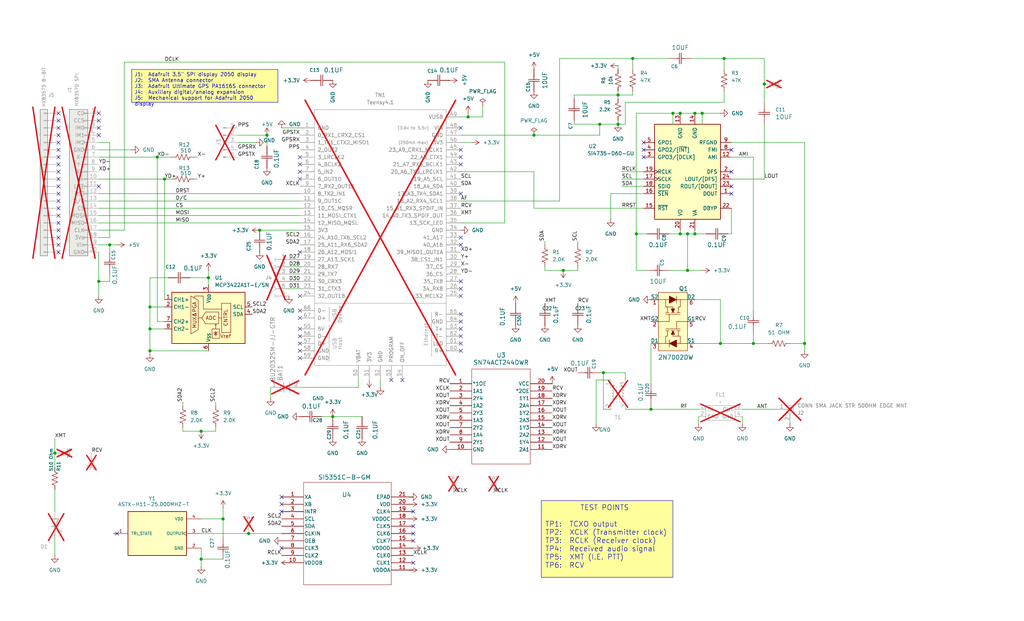
<source format=kicad_sch>
(kicad_sch (version 20250114) (generator "eeschema") (generator_version "9.0")
  (paper "USLegal")
  (title_block (title "KQ7B Derivative of the Pocket FT8 Transceiver") (date "2025-07-18") (rev "3.0") (company "https://github.com/conr2286/PocketFT8Xcvr.git"))
  (text_box "         TEST POINTS\n\nTP1:  TCXO output\nTP2:  XCLK (Transmitter clock)\nTP3:  RCLK (Receiver clock)\nTP4:  Received audio signal\nTP5:  XMT (I.E. PTT)\nTP6:  RCV " (at 187.96 173.99 0) (size 45.72 26.67) (margins 1.3335 1.3335 1.3335 1.3335) (fill (type color) (color 253 255 5 0.4)) (effects (font (size 1.778 1.778)) (justify left top)))
  (text_box "J1:  Adafruit 3.5\" SPI display 2050 display\nJ2:  SMA Antenna connector\nJ3:  Adafruit Ultimate GPS PA1616S connector\nJ4:  Auxiliary digital/analog expansion\nJ5:  Mechanical support for Adafruit 2050 display" (at 45.72 24.13 0) (size 50.8 11.43) (margins 0.9525 0.9525 0.9525 0.9525) (fill (type color) (color 253 255 8 0.4)) (effects (font (size 1.27 1.27)) (justify left top)))
  (junction (at 69.85 194.31))
  (junction (at 265.43 29.21))
  (junction (at 19.05 157.48))
  (junction (at 72.39 96.52))
  (junction (at 52.07 114.3))
  (junction (at 236.22 81.28))
  (junction (at 185.42 46.99))
  (junction (at 69.85 149.86))
  (junction (at 251.46 20.32))
  (junction (at 250.19 119.38))
  (junction (at 214.63 43.18))
  (junction (at 92.71 46.99))
  (junction (at 115.57 144.78))
  (junction (at 226.06 142.24))
  (junction (at 90.17 80.01))
  (junction (at 238.76 93.98))
  (junction (at 57.15 62.23))
  (junction (at 86.36 185.42))
  (junction (at 219.71 20.32))
  (junction (at 52.07 106.68))
  (junction (at 220.98 81.28))
  (junction (at 34.29 97.79))
  (junction (at 243.84 39.37))
  (junction (at 233.68 39.37))
  (junction (at 238.76 81.28))
  (junction (at 195.58 93.98))
  (junction (at 52.07 121.92))
  (junction (at 214.63 33.02))
  (junction (at 261.62 119.38))
  (junction (at 208.28 43.18))
  (junction (at 209.55 129.54))
  (junction (at 241.3 39.37))
  (junction (at 77.47 180.34))
  (junction (at 279.4 119.38))
  (junction (at 162.56 40.64))
  (junction (at 38.1 85.09))
  (junction (at 241.3 81.28))
  (junction (at 54.61 54.61))
  (junction (at 236.22 39.37))
  (no_connect (at 104.14 87.63))
  (no_connect (at 104.14 57.15))
  (no_connect (at 160.02 52.07))
  (no_connect (at 104.14 62.23))
  (no_connect (at 160.02 97.79))
  (no_connect (at 160.02 54.61))
  (no_connect (at 143.51 195.58))
  (no_connect (at 104.14 54.61))
  (no_connect (at 223.52 54.61))
  (no_connect (at 160.02 67.31))
  (no_connect (at 254 52.07))
  (no_connect (at 160.02 116.84))
  (no_connect (at 160.02 100.33))
  (no_connect (at 20.32 41.91))
  (no_connect (at 20.32 62.23))
  (no_connect (at 34.29 64.77))
  (no_connect (at 20.32 85.09))
  (no_connect (at 139.7 132.08))
  (no_connect (at 97.79 175.26))
  (no_connect (at 254 59.69))
  (no_connect (at 160.02 114.3))
  (no_connect (at 20.32 72.39))
  (no_connect (at 104.14 114.3))
  (no_connect (at 20.32 59.69))
  (no_connect (at 104.14 107.95))
  (no_connect (at 104.14 124.46))
  (no_connect (at 104.14 116.84))
  (no_connect (at 160.02 82.55))
  (no_connect (at 20.32 44.45))
  (no_connect (at 34.29 39.37))
  (no_connect (at 97.79 172.72))
  (no_connect (at 104.14 110.49))
  (no_connect (at 160.02 44.45))
  (no_connect (at 40.64 185.42))
  (no_connect (at 20.32 64.77))
  (no_connect (at 34.29 46.99))
  (no_connect (at 143.51 177.8))
  (no_connect (at 20.32 74.93))
  (no_connect (at 20.32 57.15))
  (no_connect (at 160.02 121.92))
  (no_connect (at 20.32 46.99))
  (no_connect (at 104.14 102.87))
  (no_connect (at 20.32 67.31))
  (no_connect (at 143.51 182.88))
  (no_connect (at 104.14 59.69))
  (no_connect (at 20.32 39.37))
  (no_connect (at 254 67.31))
  (no_connect (at 223.52 52.07))
  (no_connect (at 160.02 119.38))
  (no_connect (at 20.32 69.85))
  (no_connect (at 20.32 77.47))
  (no_connect (at 34.29 41.91))
  (no_connect (at 160.02 102.87))
  (no_connect (at 160.02 85.09))
  (no_connect (at 160.02 57.15))
  (no_connect (at 20.32 87.63))
  (no_connect (at 20.32 54.61))
  (no_connect (at 254 64.77))
  (no_connect (at 160.02 111.76))
  (no_connect (at 143.51 187.96))
  (no_connect (at 20.32 49.53))
  (no_connect (at 20.32 52.07))
  (no_connect (at 20.32 80.01))
  (no_connect (at 135.89 132.08))
  (no_connect (at 97.79 190.5))
  (no_connect (at 104.14 121.92))
  (no_connect (at 97.79 177.8))
  (no_connect (at 104.14 119.38))
  (no_connect (at 34.29 44.45))
  (no_connect (at 160.02 109.22))
  (no_connect (at 223.52 49.53))
  (no_connect (at 20.32 82.55))
  (no_connect (at 143.51 185.42))
  (wire (pts (xy 185.42 72.39) (xy 223.52 72.39)))
  (wire (pts (xy 143.51 172.72) (xy 142.24 172.72)))
  (wire (pts (xy 212.09 67.31) (xy 212.09 76.2)))
  (wire (pts (xy 34.29 67.31) (xy 104.14 67.31)))
  (wire (pts (xy 200.66 83.82) (xy 200.66 85.09)))
  (wire (pts (xy 251.46 31.75) (xy 251.46 35.56)))
  (wire (pts (xy 215.9 59.69) (xy 223.52 59.69)))
  (wire (pts (xy 250.19 39.37) (xy 243.84 39.37)))
  (wire (pts (xy 160.02 49.53) (xy 163.83 49.53)))
  (wire (pts (xy 199.39 43.18) (xy 199.39 41.91)))
  (wire (pts (xy 100.33 92.71) (xy 104.14 92.71)))
  (wire (pts (xy 19.05 170.18) (xy 19.05 177.8)))
  (wire (pts (xy 241.3 81.28) (xy 241.3 80.01)))
  (wire (pts (xy 111.76 144.78) (xy 115.57 144.78)))
  (wire (pts (xy 254 81.28) (xy 252.73 81.28)))
  (wire (pts (xy 261.62 54.61) (xy 261.62 107.95)))
  (wire (pts (xy 233.68 39.37) (xy 233.68 43.18)))
  (wire (pts (xy 214.63 33.02) (xy 214.63 34.29)))
  (wire (pts (xy 232.41 93.98) (xy 238.76 93.98)))
  (wire (pts (xy 261.62 119.38) (xy 266.7 119.38)))
  (wire (pts (xy 219.71 20.32) (xy 232.41 20.32)))
  (wire (pts (xy 34.29 54.61) (xy 54.61 54.61)))
  (wire (pts (xy 88.9 49.53) (xy 82.55 49.53)))
  (wire (pts (xy 34.29 97.79) (xy 38.1 97.79)))
  (wire (pts (xy 241.3 119.38) (xy 250.19 119.38)))
  (wire (pts (xy 175.26 21.59) (xy 43.18 21.59)))
  (wire (pts (xy 254 54.61) (xy 261.62 54.61)))
  (wire (pts (xy 195.58 93.98) (xy 200.66 93.98)))
  (wire (pts (xy 100.33 90.17) (xy 104.14 90.17)))
  (wire (pts (xy 34.29 49.53) (xy 38.1 49.53)))
  (wire (pts (xy 34.29 62.23) (xy 57.15 62.23)))
  (wire (pts (xy 100.33 95.25) (xy 104.14 95.25)))
  (wire (pts (xy 207.01 147.32) (xy 207.01 132.08)))
  (wire (pts (xy 58.42 96.52) (xy 52.07 96.52)))
  (wire (pts (xy 215.9 64.77) (xy 223.52 64.77)))
  (wire (pts (xy 104.14 134.62) (xy 124.46 134.62)))
  (wire (pts (xy 185.42 59.69) (xy 185.42 72.39)))
  (wire (pts (xy 240.03 20.32) (xy 251.46 20.32)))
  (wire (pts (xy 261.62 115.57) (xy 261.62 119.38)))
  (wire (pts (xy 100.33 97.79) (xy 104.14 97.79)))
  (wire (pts (xy 238.76 81.28) (xy 236.22 81.28)))
  (wire (pts (xy 45.72 52.07) (xy 34.29 52.07)))
  (wire (pts (xy 160.02 40.64) (xy 162.56 40.64)))
  (wire (pts (xy 40.64 185.42) (xy 39.37 185.42)))
  (wire (pts (xy 214.63 33.02) (xy 219.71 33.02)))
  (wire (pts (xy 52.07 96.52) (xy 52.07 106.68)))
  (wire (pts (xy 220.98 39.37) (xy 220.98 81.28)))
  (wire (pts (xy 243.84 39.37) (xy 243.84 43.18)))
  (wire (pts (xy 43.18 21.59) (xy 43.18 80.01)))
  (wire (pts (xy 185.42 46.99) (xy 208.28 46.99)))
  (wire (pts (xy 241.3 81.28) (xy 238.76 81.28)))
  (wire (pts (xy 217.17 43.18) (xy 214.63 43.18)))
  (wire (pts (xy 162.56 39.37) (xy 162.56 40.64)))
  (wire (pts (xy 52.07 121.92) (xy 72.39 121.92)))
  (wire (pts (xy 160.02 46.99) (xy 185.42 46.99)))
  (wire (pts (xy 214.63 43.18) (xy 208.28 43.18)))
  (wire (pts (xy 279.4 49.53) (xy 279.4 119.38)))
  (wire (pts (xy 242.57 147.32) (xy 242.57 144.78)))
  (wire (pts (xy 257.81 142.24) (xy 269.24 142.24)))
  (wire (pts (xy 200.66 92.71) (xy 200.66 93.98)))
  (wire (pts (xy 63.5 139.7) (xy 63.5 140.97)))
  (wire (pts (xy 38.1 97.79) (xy 38.1 95.25)))
  (wire (pts (xy 199.39 33.02) (xy 214.63 33.02)))
  (wire (pts (xy 233.68 39.37) (xy 236.22 39.37)))
  (wire (pts (xy 69.85 190.5) (xy 69.85 194.31)))
  (wire (pts (xy 77.47 180.34) (xy 77.47 186.69)))
  (wire (pts (xy 34.29 77.47) (xy 104.14 77.47)))
  (wire (pts (xy 251.46 20.32) (xy 265.43 20.32)))
  (wire (pts (xy 238.76 93.98) (xy 243.84 93.98)))
  (wire (pts (xy 160.02 69.85) (xy 194.31 69.85)))
  (wire (pts (xy 77.47 180.34) (xy 69.85 180.34)))
  (wire (pts (xy 92.71 46.99) (xy 92.71 50.8)))
  (wire (pts (xy 254 72.39) (xy 254 81.28)))
  (wire (pts (xy 245.11 81.28) (xy 241.3 81.28)))
  (wire (pts (xy 220.98 81.28) (xy 224.79 81.28)))
  (wire (pts (xy 241.3 104.14) (xy 250.19 104.14)))
  (wire (pts (xy 226.06 142.24) (xy 242.57 142.24)))
  (wire (pts (xy 209.55 142.24) (xy 212.09 142.24)))
  (wire (pts (xy 19.05 157.48) (xy 19.05 162.56)))
  (wire (pts (xy 69.85 185.42) (xy 86.36 185.42)))
  (wire (pts (xy 57.15 62.23) (xy 59.69 62.23)))
  (wire (pts (xy 274.32 119.38) (xy 279.4 119.38)))
  (wire (pts (xy 254 49.53) (xy 279.4 49.53)))
  (wire (pts (xy 217.17 142.24) (xy 226.06 142.24)))
  (wire (pts (xy 57.15 106.68) (xy 52.07 106.68)))
  (wire (pts (xy 257.81 147.32) (xy 257.81 144.78)))
  (wire (pts (xy 72.39 96.52) (xy 72.39 93.98)))
  (wire (pts (xy 214.63 31.75) (xy 214.63 33.02)))
  (wire (pts (xy 34.29 85.09) (xy 38.1 85.09)))
  (wire (pts (xy 54.61 54.61) (xy 59.69 54.61)))
  (wire (pts (xy 214.63 41.91) (xy 214.63 43.18)))
  (wire (pts (xy 34.29 102.87) (xy 34.29 97.79)))
  (wire (pts (xy 243.84 39.37) (xy 241.3 39.37)))
  (wire (pts (xy 54.61 111.76) (xy 54.61 54.61)))
  (wire (pts (xy 209.55 129.54) (xy 209.55 142.24)))
  (wire (pts (xy 142.24 198.12) (xy 143.51 198.12)))
  (wire (pts (xy 217.17 35.56) (xy 217.17 43.18)))
  (wire (pts (xy 215.9 62.23) (xy 223.52 62.23)))
  (wire (pts (xy 224.79 93.98) (xy 220.98 93.98)))
  (wire (pts (xy 74.93 139.7) (xy 74.93 140.97)))
  (wire (pts (xy 223.52 67.31) (xy 212.09 67.31)))
  (wire (pts (xy 220.98 81.28) (xy 220.98 93.98)))
  (wire (pts (xy 160.02 77.47) (xy 175.26 77.47)))
  (wire (pts (xy 207.01 132.08) (xy 212.09 132.08)))
  (wire (pts (xy 97.79 195.58) (xy 100.33 195.58)))
  (wire (pts (xy 69.85 149.86) (xy 74.93 149.86)))
  (wire (pts (xy 199.39 33.02) (xy 199.39 34.29)))
  (wire (pts (xy 40.64 85.09) (xy 38.1 85.09)))
  (wire (pts (xy 38.1 49.53) (xy 38.1 82.55)))
  (wire (pts (xy 34.29 69.85) (xy 104.14 69.85)))
  (wire (pts (xy 214.63 22.86) (xy 214.63 24.13)))
  (wire (pts (xy 52.07 114.3) (xy 57.15 114.3)))
  (wire (pts (xy 162.56 40.64) (xy 167.64 40.64)))
  (wire (pts (xy 52.07 106.68) (xy 52.07 114.3)))
  (wire (pts (xy 74.93 148.59) (xy 74.93 149.86)))
  (wire (pts (xy 232.41 81.28) (xy 236.22 81.28)))
  (wire (pts (xy 68.58 54.61) (xy 67.31 54.61)))
  (wire (pts (xy 69.85 194.31) (xy 69.85 196.85)))
  (wire (pts (xy 219.71 24.13) (xy 219.71 20.32)))
  (wire (pts (xy 52.07 114.3) (xy 52.07 121.92)))
  (wire (pts (xy 209.55 129.54) (xy 217.17 129.54)))
  (wire (pts (xy 250.19 104.14) (xy 250.19 119.38)))
  (wire (pts (xy 72.39 99.06) (xy 72.39 96.52)))
  (wire (pts (xy 226.06 119.38) (xy 226.06 133.35)))
  (wire (pts (xy 52.07 123.19) (xy 52.07 121.92)))
  (wire (pts (xy 57.15 62.23) (xy 57.15 104.14)))
  (wire (pts (xy 265.43 20.32) (xy 265.43 29.21)))
  (wire (pts (xy 77.47 176.53) (xy 77.47 180.34)))
  (wire (pts (xy 241.3 39.37) (xy 236.22 39.37)))
  (wire (pts (xy 220.98 39.37) (xy 233.68 39.37)))
  (wire (pts (xy 236.22 81.28) (xy 236.22 80.01)))
  (wire (pts (xy 250.19 119.38) (xy 261.62 119.38)))
  (wire (pts (xy 63.5 149.86) (xy 63.5 148.59)))
  (wire (pts (xy 143.51 180.34) (xy 142.24 180.34)))
  (wire (pts (xy 69.85 194.31) (xy 77.47 194.31)))
  (wire (pts (xy 208.28 43.18) (xy 199.39 43.18)))
  (wire (pts (xy 194.31 69.85) (xy 194.31 20.32)))
  (wire (pts (xy 82.55 46.99) (xy 92.71 46.99)))
  (wire (pts (xy 38.1 85.09) (xy 38.1 87.63)))
  (wire (pts (xy 175.26 21.59) (xy 175.26 77.47)))
  (wire (pts (xy 265.43 29.21) (xy 265.43 35.56)))
  (wire (pts (xy 93.98 138.43) (xy 93.98 134.62)))
  (wire (pts (xy 167.64 40.64) (xy 167.64 36.83)))
  (wire (pts (xy 251.46 35.56) (xy 217.17 35.56)))
  (wire (pts (xy 189.23 93.98) (xy 195.58 93.98)))
  (wire (pts (xy 132.08 134.62) (xy 132.08 132.08)))
  (wire (pts (xy 189.23 93.98) (xy 189.23 92.71)))
  (wire (pts (xy 160.02 59.69) (xy 185.42 59.69)))
  (wire (pts (xy 97.79 44.45) (xy 104.14 44.45)))
  (wire (pts (xy 189.23 83.82) (xy 189.23 85.09)))
  (wire (pts (xy 86.36 185.42) (xy 97.79 185.42)))
  (wire (pts (xy 124.46 134.62) (xy 124.46 132.08)))
  (wire (pts (xy 34.29 74.93) (xy 104.14 74.93)))
  (wire (pts (xy 254 62.23) (xy 265.43 62.23)))
  (wire (pts (xy 208.28 129.54) (xy 209.55 129.54)))
  (wire (pts (xy 125.73 144.78) (xy 115.57 144.78)))
  (wire (pts (xy 68.58 62.23) (xy 67.31 62.23)))
  (wire (pts (xy 57.15 111.76) (xy 54.61 111.76)))
  (wire (pts (xy 34.29 72.39) (xy 104.14 72.39)))
  (wire (pts (xy 90.17 80.01) (xy 104.14 80.01)))
  (wire (pts (xy 100.33 100.33) (xy 104.14 100.33)))
  (wire (pts (xy 143.51 175.26) (xy 142.24 175.26)))
  (wire (pts (xy 34.29 80.01) (xy 43.18 80.01)))
  (wire (pts (xy 279.4 121.92) (xy 279.4 119.38)))
  (wire (pts (xy 217.17 132.08) (xy 217.17 129.54)))
  (wire (pts (xy 19.05 152.4) (xy 19.05 157.48)))
  (wire (pts (xy 194.31 20.32) (xy 219.71 20.32)))
  (wire (pts (xy 226.06 140.97) (xy 226.06 142.24)))
  (wire (pts (xy 208.28 43.18) (xy 208.28 46.99)))
  (wire (pts (xy 219.71 31.75) (xy 219.71 33.02)))
  (wire (pts (xy 265.43 43.18) (xy 265.43 62.23)))
  (wire (pts (xy 66.04 96.52) (xy 72.39 96.52)))
  (wire (pts (xy 251.46 20.32) (xy 251.46 24.13)))
  (wire (pts (xy 34.29 82.55) (xy 38.1 82.55)))
  (wire (pts (xy 238.76 81.28) (xy 238.76 93.98)))
  (wire (pts (xy 34.29 97.79) (xy 34.29 87.63)))
  (wire (pts (xy 63.5 149.86) (xy 69.85 149.86)))
  (wire (pts (xy 19.05 193.04) (xy 19.05 185.42)))
  (label "YD-" (at 34.29 57.15 0))
  (label "XOUT" (at 191.77 148.59 0))
  (label "RRST" (at 215.9 72.39 0))
  (label "D28" (at 100.33 92.71 0))
  (label "PPS" (at 82.55 44.45 0))
  (label "Y+" (at 160.02 90.17 0))
  (label "RCV" (at 200.66 105.41 0))
  (label "AF" (at 160.02 69.85 0))
  (label "SDA2" (at 87.63 109.22 0))
  (label "YD+" (at 57.15 62.23 0))
  (label "XD+" (at 34.29 59.69 0))
  (label "XOUT" (at 156.21 148.59 180))
  (label "SCL" (at 200.66 83.82 90))
  (label "SDA" (at 189.23 83.82 90))
  (label "XMT" (at 226.06 111.76 180))
  (label "XMT" (at 160.02 74.93 0))
  (label "D29" (at 100.33 95.25 0))
  (label "SDA" (at 160.02 64.77 0))
  (label "RCLK" (at 97.79 193.04 180))
  (label "SCL2" (at 74.93 139.7 90))
  (label "RCLK" (at 171.45 171.45 0))
  (label "SDA2" (at 63.5 139.7 90))
  (label "GPSRX" (at 82.55 52.07 0))
  (label "XCLK" (at 156.21 135.89 180))
  (label "XCLK" (at 143.51 193.04 0))
  (label "XMT" (at 189.23 105.41 0))
  (label "XOUT" (at 156.21 153.67 180))
  (label "LOUT" (at 265.43 62.23 0))
  (label "XDRV" (at 191.77 138.43 0))
  (label "PPS" (at 104.14 52.07 180))
  (label "DRST" (at 60.96 67.31 0))
  (label "RCLK" (at 215.9 59.69 0))
  (label "GPSTX" (at 104.14 46.99 180))
  (label "DCLK" (at 57.15 21.59 0))
  (label "SCL" (at 215.9 62.23 0))
  (label "YD-" (at 160.02 95.25 0))
  (label "XOUT" (at 156.21 143.51 180))
  (label "XD+" (at 160.02 87.63 0))
  (label "D{slash}C" (at 60.96 69.85 0))
  (label "SDA2" (at 104.14 85.09 180))
  (label "GPSTX" (at 82.55 54.61 0))
  (label "XDRV" (at 191.77 156.21 0))
  (label "RCV" (at 160.02 72.39 0))
  (label "XDRV" (at 156.21 146.05 180))
  (label "X-" (at 68.58 54.61 0))
  (label "XD-" (at 54.61 54.61 0))
  (label "XOUT" (at 191.77 143.51 0))
  (label "XDRV" (at 191.77 140.97 0))
  (label "RCV" (at 241.3 111.76 0))
  (label "XDRV" (at 156.21 140.97 180))
  (label "XDRV" (at 191.77 146.05 0))
  (label "MOSI" (at 60.96 74.93 0))
  (label "XDRV" (at 191.77 151.13 0))
  (label "CLK" (at 69.85 185.42 0))
  (label "XOUT" (at 200.66 129.54 180))
  (label "Y+" (at 68.58 62.23 0))
  (label "XOUT" (at 191.77 153.67 0))
  (label "AMI" (at 256.54 54.61 0))
  (label "RCV" (at 31.75 157.48 0))
  (label "D30" (at 100.33 97.79 0))
  (label "XCLK" (at 104.14 64.77 180))
  (label "SDA" (at 215.9 64.77 0))
  (label "D27" (at 100.33 90.17 0))
  (label "MISO" (at 60.96 77.47 0))
  (label "D31" (at 100.33 100.33 0))
  (label "SCL2" (at 87.63 106.68 0))
  (label "RCV" (at 156.21 133.35 180))
  (label "ANT" (at 262.89 142.24 0))
  (label "SCL2" (at 97.79 180.34 180))
  (label "CS" (at 60.96 72.39 0))
  (label "RCV" (at 191.77 135.89 0))
  (label "SCL" (at 160.02 62.23 0))
  (label "XDRV" (at 156.21 151.13 180))
  (label "XOUT" (at 156.21 138.43 180))
  (label "XCLK" (at 157.48 171.45 0))
  (label "SDA2" (at 97.79 182.88 180))
  (label "XMT" (at 19.05 152.4 0))
  (label "SCL2" (at 104.14 82.55 180))
  (label "GPSRX" (at 104.14 49.53 180))
  (label "RF" (at 236.22 142.24 0))
  (label "X-" (at 160.02 92.71 0))
  (symbol (lib_id "Kemet2024-08-02_22-05-35:C0603C104K4RACTU") (at 90.17 80.01 90) (mirror x) (unit 1)
    (property "Reference" "C25" (at 86.36 83.82 0) (effects (font (size 1.143 1.143)) (justify left)))
    (property "Value" "0.1UF" (at 93.472 83.82 0) (effects (font (size 1.524 1.524))))
    (property "Footprint" "Capacitor_SMD:C_0603_1608Metric" (effects (hide yes)))
    (property "Datasheet" "C0603C104K4RACTU" (effects (hide yes)))
    (property "Description" "CAP CER 0.1UF 16V X7R 0603" (effects (hide yes)))
    (property "Field5" "CAP-08604" (effects (hide yes)))
    (property "PROD_ID" "CAP-00810" (effects (hide yes)))
    (property "Voltage" "16V" (effects (hide yes)))
    (property "Tolerance" "10%" (effects (hide yes)))
    (property "Manufacturer" "Kemet" (effects (hide yes)))
    (property "Mfg Part #" "C0603C104K4RAC7867" (effects (hide yes)))
    (property "Notes" "Substitutions OK" (effects (hide yes)))
    (property "Type" "SMD" (effects (hide yes)))
  )
  (symbol (lib_id "power:+3.3V") (at 243.84 93.98 270) (unit 1)
    (property "Reference" "#PWR07" (effects (hide yes)))
    (property "Value" "+3.3V" (at 247.65 93.98 90) (effects (justify left)))
    (property "Description" "Power symbol creates a global label with name \"+3.3V\"" (effects (hide yes)))
  )
  (symbol (lib_id "power:+3.3V") (at 142.24 175.26 270) (unit 1)
    (property "Reference" "#PWR041" (effects (hide yes)))
    (property "Value" "+3.3V" (at 146.05 175.2599 90) (effects (justify left)))
    (property "Description" "Power symbol creates a global label with name \"+3.3V\"" (effects (hide yes)))
  )
  (symbol (lib_id "Kemet2024-08-02_22-05-35:C0603C104K4RACTU") (at 77.47 194.31 90) (unit 1)
    (property "Reference" "C27" (at 73.66 190.5 0) (effects (font (size 1.143 1.143)) (justify left)))
    (property "Value" "0.1UF" (at 78.994 194.31 0) (effects (font (size 1.524 1.524))))
    (property "Footprint" "Capacitor_SMD:C_0603_1608Metric" (effects (hide yes)))
    (property "Datasheet" "C0603C104K4RACTU" (effects (hide yes)))
    (property "Description" "CAP CER 0.1UF 16V X7R 0603" (effects (hide yes)))
    (property "Field5" "CAP-08604" (effects (hide yes)))
    (property "PROD_ID" "CAP-00810" (effects (hide yes)))
    (property "Voltage" "16V" (effects (hide yes)))
    (property "Tolerance" "10%" (effects (hide yes)))
    (property "Manufacturer" "Kemet" (effects (hide yes)))
    (property "Mfg Part #" "C0603C104K4RAC7867" (effects (hide yes)))
    (property "Notes" "Substitutions OK" (effects (hide yes)))
    (property "Type" "SMD" (effects (hide yes)))
  )
  (symbol (lib_id "power:GND") (at 69.85 196.85 0) (unit 1)
    (property "Reference" "#PWR037" (effects (hide yes)))
    (property "Value" "GND" (at 69.85 201.93 0))
    (property "Description" "Power symbol creates a global label with name \"GND\" , ground" (effects (hide yes)))
  )
  (symbol (lib_id "power:GND") (at 90.17 87.63 0) (unit 1)
    (property "Reference" "#PWR027" (effects (hide yes)))
    (property "Value" "GND" (at 90.17 92.71 0))
    (property "Description" "Power symbol creates a global label with name \"GND\" , ground" (effects (hide yes)))
  )
  (symbol (lib_id "power:GND") (at 160.02 80.01 90) (unit 1)
    (property "Reference" "#PWR09" (effects (hide yes)))
    (property "Value" "GND" (at 163.83 80.01 90) (effects (justify right)))
    (property "Description" "Power symbol creates a global label with name \"GND\" , ground" (effects (hide yes)))
  )
  (symbol (lib_id "SparkFun-Connector:TestPoint_PTH") (at 19.05 157.48 270) (unit 1) (dnp yes)
    (property "Reference" "TP5" (at 24.13 157.48 0))
    (property "Value" "PTH" (effects (hide yes)))
    (property "Footprint" "SparkFun-Connector:1x01" (effects (hide yes)))
    (property "Description" "Test Point" (effects (hide yes)))
  )
  (symbol (lib_id "Connector:Conn_01x06_Socket") (at 95.25 95.25 0) (mirror y) (unit 1) (in_bom no) (dnp yes)
    (property "Reference" "J4" (at 94.488 96.52 0) (effects (justify left)))
    (property "Value" "Conn_01x06_Socket" (effects (hide yes)))
    (property "Footprint" "SparkFun-Connector:1x06" (effects (hide yes)))
    (property "Description" "Generic connector, single row, 01x06, script generated" (effects (hide yes)))
  )
  (symbol (lib_id "SparkFun-Resistor:2.0k_0603") (at 214.63 38.1 90) (mirror x) (unit 1)
    (property "Reference" "R5" (at 212.09 35.56 90) (effects (font (size 1.143 1.143)) (justify left)))
    (property "Value" "2.2K" (at 212.09 38.1 90) (effects (font (size 1.143 1.143)) (justify left)))
    (property "Footprint" "Resistor_SMD:R_0603_1608Metric" (effects (hide yes)))
    (property "Description" "RES 2.2K 5% 1/10W 0603" (effects (hide yes)))
    (property "Manufacturer" "Yageo" (effects (hide yes)))
    (property "Notes" "Substitutions OK" (effects (hide yes)))
    (property "Type" "SMD" (effects (hide yes)))
    (property "Mfg Part #" "RES 2.2K OHM 5% 1/10W 0603" (effects (hide yes)))
  )
  (symbol (lib_id "SparkFun-Connector:TestPoint_PTH") (at 157.48 171.45 0) (unit 1) (dnp yes)
    (property "Reference" "TP2" (at 157.48 166.37 0))
    (property "Value" "PTH" (effects (hide yes)))
    (property "Footprint" "SparkFun-Connector:1x01" (effects (hide yes)))
    (property "Description" "Test Point" (effects (hide yes)))
  )
  (symbol (lib_id "SparkFun-Connector:TestPoint_PTH") (at 86.36 185.42 0) (unit 1) (dnp yes)
    (property "Reference" "TP1" (at 86.36 180.34 0))
    (property "Value" "PTH" (effects (hide yes)))
    (property "Footprint" "SparkFun-Connector:1x01" (effects (hide yes)))
    (property "Description" "Test Point" (effects (hide yes)))
  )
  (symbol (lib_id "2024-08-05_00-31-14:BU2032SM-JJ-GTR") (at 104.14 134.62 180) (unit 1) (in_bom no) (dnp yes)
    (property "Reference" "BAT1" (at 97.282 126.746 90) (effects (font (size 1.524 1.524)) (justify left)))
    (property "Value" "BU2032SM-JJ-GTR" (at 94.742 109.982 90) (effects (font (size 1.524 1.524)) (justify left)))
    (property "Footprint" "BU2032SM-JJ-GTR_MPD" (effects (hide yes)))
    (property "Datasheet" "BU2032SM-JJ-GTR" (effects (hide yes)))
    (property "Description" "BATT HOLDER COIN 20MM 1 CELL SMD" (effects (hide yes)))
    (property "Mfg Part #" "BU2032SM-JJ-GTR" (effects (hide yes)))
    (property "Category" "Battery Products" (effects (hide yes)))
    (property "Family" "Battery Holders, Clips, Contacts" (effects (hide yes)))
    (property "Manufacturer" "MPD (Memory Protection Devices)" (effects (hide yes)))
    (property "Status" "Active" (effects (hide yes)))
    (property "Description_1" "BATTERY HOLDER COIN 20MM PC PIN" (effects (hide yes)))
    (property "Type" "SMD" (effects (hide yes)))
    (property "Notes" "Must mount topside" (effects (hide yes)))
  )
  (symbol (lib_id "dk_Transistors-FETs-MOSFETs-Arrays:2N7002DW") (at 233.68 109.22 0) (unit 1)
    (property "Reference" "Q1" (at 235.712 100.33 0) (effects (font (size 1.524 1.524)) (justify left)))
    (property "Value" "2N7002DW" (at 234.696 124.206 0) (effects (font (size 1.524 1.524))))
    (property "Footprint" "digikey-footprints:SOT-363" (effects (hide yes)))
    (property "Datasheet" "https://www.onsemi.com/pub/Collateral/2N7002DW-D.PDF" (effects (hide yes)))
    (property "Description" "DUAL MOSFET N-CH 60V 0.115A SC70-6" (effects (hide yes)))
    (property "Digi-Key_PN" "2N7002DWCT-ND" (effects (hide yes)))
    (property "Mfg Part #" "2N7002DW" (effects (hide yes)))
    (property "Category" "Discrete Semiconductor Products" (effects (hide yes)))
    (property "Family" "Transistors - FETs, MOSFETs - Arrays" (effects (hide yes)))
    (property "DK_Datasheet_Link" "https://www.onsemi.com/pub/Collateral/2N7002DW-D.PDF" (effects (hide yes)))
    (property "DK_Detail_Page" "/product-detail/en/on-semiconductor/2N7002DW/2N7002DWCT-ND/1785790" (effects (hide yes)))
    (property "Description_1" "MOSFET 2N-CH 60V 0.115A SC70-6" (effects (hide yes)))
    (property "Manufacturer" "ON Semiconductor" (effects (hide yes)))
    (property "Status" "Active" (effects (hide yes)))
    (property "Type" "SMD" (effects (hide yes)))
    (property "Notes" "Do not substitute" (effects (hide yes)))
  )
  (symbol (lib_id "Kemet2024-08-02_22-05-35:C0603C104K4RACTU") (at 200.66 129.54 0) (unit 1)
    (property "Reference" "C19" (at 206.248 128.27 90) (effects (font (size 1.143 1.143)) (justify left)))
    (property "Value" "0.1UF" (at 201.422 126.238 0) (effects (font (size 1.524 1.524))))
    (property "Footprint" "Capacitor_SMD:C_0603_1608Metric" (effects (hide yes)))
    (property "Datasheet" "C0603C104K4RACTU" (effects (hide yes)))
    (property "Description" "CAP CER 0.1UF 16V X7R 0603" (effects (hide yes)))
    (property "Field5" "CAP-07885" (effects (hide yes)))
    (property "PROD_ID" "CAP-00810" (effects (hide yes)))
    (property "Voltage" "16V" (effects (hide yes)))
    (property "Tolerance" "10%" (effects (hide yes)))
    (property "Manufacturer" "Kemet" (effects (hide yes)))
    (property "Mfg Part #" "C0603C104K4RAC7867" (effects (hide yes)))
    (property "Notes" "Substitutions OK" (effects (hide yes)))
    (property "Type" "SMD" (effects (hide yes)))
  )
  (symbol (lib_id "power:GND") (at 156.21 156.21 270) (unit 1)
    (property "Reference" "#PWR028" (effects (hide yes)))
    (property "Value" "GND" (at 152.4 156.2099 90) (effects (justify right)))
    (property "Description" "Power symbol creates a global label with name \"GND\" , ground" (effects (hide yes)))
  )
  (symbol (lib_id "2024-10-06_22-30-30:SN74ACT244DWR") (at 156.21 133.35 0) (unit 1)
    (property "Reference" "U3" (at 173.99 123.444 0) (effects (font (size 1.524 1.524))))
    (property "Value" "SN74ACT244DWR" (at 173.99 125.984 0) (effects (font (size 1.524 1.524))))
    (property "Footprint" "sn74act244dwr:DW20" (effects (hide yes)))
    (property "Datasheet" "SN74ACT244DWR" (effects (hide yes)))
    (property "Description" "IC BUFF NON-INVERT 5.5V 20SOIC" (effects (hide yes)))
    (property "Notes" "Do not substitute" (effects (hide yes)))
    (property "Manufacturer" "TI" (effects (hide yes)))
    (property "Mfg Part #" "SN74ACT244DWR" (effects (hide yes)))
    (property "Type" "SMD" (effects (hide yes)))
  )
  (symbol (lib_id "power:GND") (at 185.42 31.75 0) (unit 1)
    (property "Reference" "#PWR034" (effects (hide yes)))
    (property "Value" "GND" (at 185.42 36.83 0))
    (property "Description" "Power symbol creates a global label with name \"GND\" , ground" (effects (hide yes)))
  )
  (symbol (lib_id "SparkFun-Connector:TestPoint_PTH") (at 31.75 157.48 180) (unit 1) (dnp yes)
    (property "Reference" "TP6" (at 31.75 162.56 0))
    (property "Value" "PTH" (effects (hide yes)))
    (property "Footprint" "SparkFun-Connector:1x01" (effects (hide yes)))
    (property "Description" "Test Point" (effects (hide yes)))
  )
  (symbol (lib_id "Kemet2024-08-02_22-05-35:C0603C104K4RACTU") (at 38.1 95.25 90) (unit 1)
    (property "Reference" "C15" (at 39.37 90.424 0) (effects (font (size 1.143 1.143)) (justify left)))
    (property "Value" "0.1UF" (at 39.878 95.504 0) (effects (font (size 1.524 1.524))))
    (property "Footprint" "Capacitor_SMD:C_0603_1608Metric" (effects (hide yes)))
    (property "Datasheet" "C0603C104K4RACTU" (effects (hide yes)))
    (property "Description" "CAP CER 0.1UF 16V X7R 0603" (effects (hide yes)))
    (property "Field5" "CAP-07886" (effects (hide yes)))
    (property "PROD_ID" "CAP-00810" (effects (hide yes)))
    (property "Voltage" "16V" (effects (hide yes)))
    (property "Tolerance" "10%" (effects (hide yes)))
    (property "Manufacturer" "Kemet" (effects (hide yes)))
    (property "Mfg Part #" "C0603C104K4RAC7867" (effects (hide yes)))
    (property "Notes" "Substitutions OK" (effects (hide yes)))
    (property "Type" "SMD" (effects (hide yes)))
  )
  (symbol (lib_id "power:+5V") (at 185.42 24.13 0) (unit 1)
    (property "Reference" "#PWR035" (effects (hide yes)))
    (property "Value" "+5V" (at 185.42 19.05 0))
    (property "Description" "Power symbol creates a global label with name \"+5V\"" (effects (hide yes)))
  )
  (symbol (lib_id "Kemet2024-08-02_22-05-35:C0603C104K4RACTU") (at 111.76 144.78 180) (unit 1)
    (property "Reference" "C28" (at 112.014 146.05 0) (effects (font (size 1.143 1.143)) (justify left)))
    (property "Value" "0.1UF" (at 108.204 141.224 0) (effects (font (size 1.524 1.524))))
    (property "Footprint" "Capacitor_SMD:C_0603_1608Metric" (effects (hide yes)))
    (property "Datasheet" "C0603C104K4RACTU" (effects (hide yes)))
    (property "Description" "CAP CER 0.1UF 16V X7R 0603" (effects (hide yes)))
    (property "Field5" "CAP-08604" (effects (hide yes)))
    (property "PROD_ID" "CAP-00810" (effects (hide yes)))
    (property "Voltage" "16V" (effects (hide yes)))
    (property "Tolerance" "10%" (effects (hide yes)))
    (property "Manufacturer" "Kemet" (effects (hide yes)))
    (property "Mfg Part #" "C0603C104K4RAC7867" (effects (hide yes)))
    (property "Notes" "Substitutions OK" (effects (hide yes)))
    (property "Type" "SMD" (effects (hide yes)))
  )
  (symbol (lib_id "power:GND") (at 34.29 102.87 0) (unit 1)
    (property "Reference" "#PWR01" (effects (hide yes)))
    (property "Value" "GND" (at 34.29 107.95 0))
    (property "Description" "Power symbol creates a global label with name \"GND\" , ground" (effects (hide yes)))
  )
  (symbol (lib_id "power:+3.3V") (at 72.39 93.98 0) (unit 1)
    (property "Reference" "#PWR011" (effects (hide yes)))
    (property "Value" "+3.3V" (at 72.39 88.9 0))
    (property "Description" "Power symbol creates a global label with name \"+3.3V\"" (effects (hide yes)))
  )
  (symbol (lib_id "power:+3.3V") (at 69.85 149.86 180) (unit 1)
    (property "Reference" "#PWR042" (effects (hide yes)))
    (property "Value" "+3.3V" (at 69.85 154.94 0))
    (property "Description" "Power symbol creates a global label with name \"+3.3V\"" (effects (hide yes)))
  )
  (symbol (lib_id "power:GND") (at 125.73 152.4 0) (unit 1)
    (property "Reference" "#PWR051" (effects (hide yes)))
    (property "Value" "GND" (at 125.73 157.48 0))
    (property "Description" "Power symbol creates a global label with name \"GND\" , ground" (effects (hide yes)))
  )
  (symbol (lib_id "power:+3.3V") (at 128.27 132.08 180) (unit 1)
    (property "Reference" "#PWR043" (effects (hide yes)))
    (property "Value" "+3.3V" (at 128.27 137.16 0))
    (property "Description" "Power symbol creates a global label with name \"+3.3V\"" (effects (hide yes)))
  )
  (symbol (lib_id "power:+3.3V") (at 195.58 93.98 180) (unit 1)
    (property "Reference" "#PWR06" (effects (hide yes)))
    (property "Value" "+3.3V" (at 195.58 99.06 0))
    (property "Description" "Power symbol creates a global label with name \"+3.3V\"" (effects (hide yes)))
  )
  (symbol (lib_id "power:+3.3V") (at 143.51 190.5 270) (unit 1)
    (property "Reference" "#PWR046" (effects (hide yes)))
    (property "Value" "+3.3V" (at 146.558 190.5 90) (effects (justify left)))
    (property "Description" "Power symbol creates a global label with name \"+3.3V\"" (effects (hide yes)))
  )
  (symbol (lib_id "power:+5V") (at 156.21 27.94 270) (unit 1)
    (property "Reference" "#PWR024" (effects (hide yes)))
    (property "Value" "+5V" (at 161.29 27.94 0))
    (property "Description" "Power symbol creates a global label with name \"+5V\"" (effects (hide yes)))
  )
  (symbol (lib_id "power:GND") (at 226.06 104.14 270) (unit 1)
    (property "Reference" "#PWR049" (effects (hide yes)))
    (property "Value" "GND" (at 222.25 104.1399 90) (effects (justify right)))
    (property "Description" "Power symbol creates a global label with name \"GND\" , ground" (effects (hide yes)))
  )
  (symbol (lib_id "Device:L_Ferrite_Coupled") (at 214.63 137.16 90) (mirror x) (unit 1) (dnp yes)
    (property "Reference" "T1" (at 213.36 145.034 90) (effects (justify right)))
    (property "Value" "L_Ferrite_Coupled" (effects (hide yes)))
    (property "Footprint" "Inductor_THT:L_Toroid_Vertical_BIFILAR" (effects (hide yes)))
    (property "Description" "Coupled inductor with ferrite core" (effects (hide yes)))
  )
  (symbol (lib_id "power:GND") (at 257.81 147.32 0) (unit 1)
    (property "Reference" "#PWR020" (effects (hide yes)))
    (property "Value" "GND" (at 257.81 152.4 0))
    (property "Description" "Power symbol creates a global label with name \"GND\" , ground" (effects (hide yes)))
  )
  (symbol (lib_id "power:GND") (at 189.23 113.03 0) (unit 1)
    (property "Reference" "#PWR052" (effects (hide yes)))
    (property "Value" "GND" (at 189.23 118.11 0))
    (property "Description" "Power symbol creates a global label with name \"GND\" , ground" (effects (hide yes)))
  )
  (symbol (lib_id "power:GND") (at 148.59 27.94 0) (unit 1)
    (property "Reference" "#PWR013" (effects (hide yes)))
    (property "Value" "GND" (at 148.59 31.75 90) (effects (justify right)))
    (property "Description" "Power symbol creates a global label with name \"GND\" , ground" (effects (hide yes)))
  )
  (symbol (lib_id "Kemet2024-08-02_22-05-35:C0603C104K4RACTU") (at 189.23 113.03 90) (unit 1)
    (property "Reference" "C22" (at 191.77 107.188 90) (effects (font (size 1.143 1.143)) (justify left)))
    (property "Value" "0.1uF" (at 193.04 109.22 0) (effects (font (size 1.524 1.524))))
    (property "Footprint" "Capacitor_SMD:C_0603_1608Metric" (effects (hide yes)))
    (property "Description" "CAP CER 0.1UF 16V X7R 0603" (effects (hide yes)))
    (property "Voltage" "16V" (effects (hide yes)))
    (property "Tolerance" "10%" (effects (hide yes)))
    (property "Manufacturer" "Kemet" (effects (hide yes)))
    (property "Mfg Part #" "C0603C104K4RACTU" (effects (hide yes)))
    (property "Notes" "Substitutions OK" (effects (hide yes)))
    (property "Type" "SMD" (effects (hide yes)))
  )
  (symbol (lib_id "power:GND") (at 100.33 102.87 0) (unit 1)
    (property "Reference" "#PWR053" (effects (hide yes)))
    (property "Value" "GND" (at 100.33 107.95 0))
    (property "Description" "Power symbol creates a global label with name \"GND\" , ground" (effects (hide yes)))
  )
  (symbol (lib_id "Filters:PluginFilter") (at 250.19 142.24 0) (unit 1) (dnp yes)
    (property "Reference" "FL1" (at 250.19 137.16 0))
    (property "Value" "~" (at 250.19 139.7 0))
    (property "Footprint" "Filters:PluginFilter" (effects (hide yes)))
    (property "Description" "Two Port Plugin Filter" (effects (hide yes)))
  )
  (symbol (lib_id "power:GND") (at 115.57 27.94 0) (unit 1)
    (property "Reference" "#PWR012" (effects (hide yes)))
    (property "Value" "GND" (at 115.57 31.75 90) (effects (justify right)))
    (property "Description" "Power symbol creates a global label with name \"GND\" , ground" (effects (hide yes)))
  )
  (symbol (lib_id "power:+3.3V") (at 90.17 80.01 90) (unit 1)
    (property "Reference" "#PWR05" (effects (hide yes)))
    (property "Value" "+3.3V" (at 86.36 80.01 90) (effects (justify left)))
    (property "Description" "Power symbol creates a global label with name \"+3.3V\"" (effects (hide yes)))
  )
  (symbol (lib_id "power:+3.3V") (at 163.83 49.53 270) (unit 1)
    (property "Reference" "#PWR04" (effects (hide yes)))
    (property "Value" "+3.3V" (at 167.64 49.5299 90) (effects (justify left)))
    (property "Description" "Power symbol creates a global label with name \"+3.3V\"" (effects (hide yes)))
  )
  (symbol (lib_id "Kemet2024-08-02_22-05-35:C0603C104K4RACTU") (at 107.95 27.94 0) (mirror x) (unit 1)
    (property "Reference" "C13" (at 107.442 24.384 0) (effects (font (size 1.143 1.143)) (justify left)))
    (property "Value" "0.1UF" (at 115.824 24.384 0) (effects (font (size 1.524 1.524))))
    (property "Footprint" "Capacitor_SMD:C_0603_1608Metric" (effects (hide yes)))
    (property "Datasheet" "C0603C104K4RACTU" (effects (hide yes)))
    (property "Description" "CAP CER 0.1UF 16V X7R 0603" (effects (hide yes)))
    (property "Field5" "CAP-07886" (effects (hide yes)))
    (property "PROD_ID" "CAP-00810" (effects (hide yes)))
    (property "Voltage" "16V" (effects (hide yes)))
    (property "Tolerance" "10%" (effects (hide yes)))
    (property "Manufacturer" "Kemet" (effects (hide yes)))
    (property "Mfg Part #" "C0603C104K4RAC7867" (effects (hide yes)))
    (property "Notes" "Substitutions OK" (effects (hide yes)))
    (property "Type" "SMD" (effects (hide yes)))
  )
  (symbol (lib_id "Kemet2024-08-02_22-05-35:C0603C104K4RACTU") (at 245.11 81.28 0) (unit 1)
    (property "Reference" "C9" (at 251.46 84.074 90) (effects (font (size 1.143 1.143)) (justify left)))
    (property "Value" "0.1UF" (at 248.92 85.09 0) (effects (font (size 1.524 1.524))))
    (property "Footprint" "Capacitor_SMD:C_0603_1608Metric" (effects (hide yes)))
    (property "Datasheet" "C0603C104K4RACTU" (effects (hide yes)))
    (property "Description" "CAP CER 0.1UF 16V X7R 0603" (effects (hide yes)))
    (property "Field5" "CAP-07885" (effects (hide yes)))
    (property "PROD_ID" "CAP-00810" (effects (hide yes)))
    (property "Voltage" "16V" (effects (hide yes)))
    (property "Tolerance" "10%" (effects (hide yes)))
    (property "Manufacturer" "Kemet" (effects (hide yes)))
    (property "Mfg Part #" "C0603C104K4RAC7867" (effects (hide yes)))
    (property "Notes" "Substitutions OK" (effects (hide yes)))
    (property "Type" "SMD" (effects (hide yes)))
  )
  (symbol (lib_id "power:GND") (at 97.79 44.45 180) (unit 1)
    (property "Reference" "#PWR08" (effects (hide yes)))
    (property "Value" "GND" (at 100.33 43.1799 0) (effects (justify right)))
    (property "Description" "Power symbol creates a global label with name \"GND\" , ground" (effects (hide yes)))
  )
  (symbol (lib_id "SparkFun-Resistor:2.0k_0603") (at 200.66 88.9 90) (unit 1)
    (property "Reference" "R2" (at 203.2 87.6299 90) (effects (justify right)))
    (property "Value" "2.0K" (at 203.2 90.1699 90) (effects (justify right)))
    (property "Footprint" "Resistor_SMD:R_0603_1608Metric" (effects (hide yes)))
    (property "Datasheet" "https://www.vishay.com/docs/20035/dcrcwe3.pdf" (effects (hide yes)))
    (property "Description" "RES 2K OHM 5% 1/10W 0603" (effects (hide yes)))
    (property "PROD_ID" "RES-08296" (effects (hide yes)))
    (property "Manufacturer" "Yageo" (effects (hide yes)))
    (property "Mfg Part #" "RC0603JR-072KL" (effects (hide yes)))
    (property "Notes" "Substitutions OK" (effects (hide yes)))
    (property "Type" "SMD" (effects (hide yes)))
  )
  (symbol (lib_id "Kemet2024-08-02_22-05-35:C0603C104K4RACTU") (at 66.04 96.52 180) (unit 1)
    (property "Reference" "C12" (at 60.96 92.71 0) (effects (font (size 1.143 1.143)) (justify left)))
    (property "Value" "0.1UF" (at 67.056 93.218 0) (effects (font (size 1.524 1.524))))
    (property "Footprint" "Capacitor_SMD:C_0603_1608Metric" (effects (hide yes)))
    (property "Datasheet" "C0603C104K4RACTU" (effects (hide yes)))
    (property "Description" "CAP CER 0.1UF 16V X7R 0603" (effects (hide yes)))
    (property "Field5" "CAP-07886" (effects (hide yes)))
    (property "PROD_ID" "CAP-00810" (effects (hide yes)))
    (property "Voltage" "16V" (effects (hide yes)))
    (property "Tolerance" "10%" (effects (hide yes)))
    (property "Manufacturer" "Kemet" (effects (hide yes)))
    (property "Mfg Part #" "C0603C104K4RAC7867" (effects (hide yes)))
    (property "Notes" "Substitutions OK" (effects (hide yes)))
    (property "Type" "SMD" (effects (hide yes)))
  )
  (symbol (lib_name "C0805C334K4RAC7800_1") (lib_id "Kemet2024-08-02_22-55-33:C0805C334K4RAC7800") (at 224.79 93.98 0) (unit 1)
    (property "Reference" "C5" (at 229.87 92.456 90) (effects (font (size 1.143 1.143)) (justify left)))
    (property "Value" "10UF" (at 228.6 97.79 0) (effects (font (size 1.524 1.524))))
    (property "Footprint" "Capacitor_SMD:C_0805_2012Metric" (effects (hide yes)))
    (property "Datasheet" "C0805C334K4RAC7800" (effects (hide yes)))
    (property "Description" "CAP CER 10UF 16V X5R 0805" (effects (hide yes)))
    (property "PROD_ID" "CAP-13930" (effects (hide yes)))
    (property "Voltage" "16V" (effects (hide yes)))
    (property "Tolerance" "10%" (effects (hide yes)))
    (property "Manufacturer" "Kemet" (effects (hide yes)))
    (property "Mfg Part #" "C0805C106K4PAC7800" (effects (hide yes)))
    (property "Notes" "Substitutions OK" (effects (hide yes)))
    (property "Type" "SMD" (effects (hide yes)))
  )
  (symbol (lib_id "SparkFun-Resistor:2.0k_0603") (at 74.93 144.78 90) (unit 1)
    (property "Reference" "R9" (at 77.47 143.5099 90) (effects (justify right)))
    (property "Value" "2.0K" (at 77.47 146.0499 90) (effects (justify right)))
    (property "Footprint" "Resistor_SMD:R_0603_1608Metric" (effects (hide yes)))
    (property "Datasheet" "https://www.vishay.com/docs/20035/dcrcwe3.pdf" (effects (hide yes)))
    (property "Description" "RES 2K OHM 5% 1/10W 0603" (effects (hide yes)))
    (property "PROD_ID" "RES-08296" (effects (hide yes)))
    (property "Manufacturer" "Yageo" (effects (hide yes)))
    (property "Mfg Part #" "RC0603JR-072KL" (effects (hide yes)))
    (property "Notes" "Substitutions OK" (effects (hide yes)))
    (property "Type" "SMD" (effects (hide yes)))
  )
  (symbol (lib_id "SparkFun-Resistor:47k_0603") (at 219.71 27.94 270) (unit 1)
    (property "Reference" "R4" (at 222.25 25.3999 90) (effects (justify left)))
    (property "Value" "47K" (at 222.25 27.9399 90) (effects (justify left)))
    (property "Footprint" "Resistor_SMD:R_0603_1608Metric" (effects (hide yes)))
    (property "Datasheet" "RES 47K OHM 1/10W 5% 0603" (effects (hide yes)))
    (property "Description" "RES 47K OHM 1/10W 5% 0603" (effects (hide yes)))
    (property "PROD_ID" "RES-07871" (effects (hide yes)))
    (property "Manufacturer" "Yageo" (effects (hide yes)))
    (property "Mfg Part #" "RC0603JR-0747KL" (effects (hide yes)))
    (property "Notes" "Substitutions OK" (effects (hide yes)))
    (property "Type" "SMD" (effects (hide yes)))
  )
  (symbol (lib_id "power:GND") (at 19.05 193.04 0) (unit 1)
    (property "Reference" "#PWR032" (effects (hide yes)))
    (property "Value" "GND" (at 19.05 198.12 0))
    (property "Description" "Power symbol creates a global label with name \"GND\" , ground" (effects (hide yes)))
  )
  (symbol (lib_id "power:GND") (at 207.01 147.32 0) (mirror y) (unit 1)
    (property "Reference" "#PWR055" (effects (hide yes)))
    (property "Value" "GND" (at 210.058 149.352 0))
    (property "Description" "Power symbol creates a global label with name \"GND\" , ground" (effects (hide yes)))
  )
  (symbol (lib_id "power:GND") (at 97.79 187.96 270) (unit 1)
    (property "Reference" "#PWR038" (effects (hide yes)))
    (property "Value" "GND" (at 93.98 187.9599 90) (effects (justify right)))
    (property "Description" "Power symbol creates a global label with name \"GND\" , ground" (effects (hide yes)))
  )
  (symbol (lib_id "power:+3.3V") (at 115.57 144.78 0) (unit 1)
    (property "Reference" "#PWR036" (effects (hide yes)))
    (property "Value" "+3.3V" (at 115.57 139.7 0))
    (property "Description" "Power symbol creates a global label with name \"+3.3V\"" (effects (hide yes)))
  )
  (symbol (lib_id "SparkFun-Resistor:47k_0603") (at 251.46 27.94 270) (unit 1)
    (property "Reference" "R3" (at 254 25.4 90) (effects (font (size 1.143 1.143)) (justify left)))
    (property "Value" "47K" (at 254 27.94 90) (effects (font (size 1.143 1.143)) (justify left)))
    (property "Footprint" "Resistor_SMD:R_0603_1608Metric" (effects (hide yes)))
    (property "Datasheet" "RES 47K OHM 1/10W 5% 0603" (effects (hide yes)))
    (property "Description" "RES 47K OHM 1/10W 5% 0603" (effects (hide yes)))
    (property "PROD_ID" "RES-07871" (effects (hide yes)))
    (property "Manufacturer" "Yageo" (effects (hide yes)))
    (property "Mfg Part #" "RC0603JR-0747KL" (effects (hide yes)))
    (property "Notes" "Substitutions OK" (effects (hide yes)))
    (property "Type" "SMD" (effects (hide yes)))
  )
  (symbol (lib_id "SparkFun-Connector:TestPoint_PTH") (at 265.43 29.21 270) (unit 1) (dnp yes)
    (property "Reference" "TP4" (at 270.51 29.21 0))
    (property "Value" "PTH" (effects (hide yes)))
    (property "Footprint" "SparkFun-Connector:1x01" (effects (hide yes)))
    (property "Description" "Test Point" (effects (hide yes)))
  )
  (symbol (lib_name "C0805C334K4RAC7800_3") (lib_id "Kemet2024-08-02_22-55-33:C0805C334K4RAC7800") (at 265.43 43.18 90) (unit 1)
    (property "Reference" "C11" (at 269.24 38.1 90) (effects (font (size 1.143 1.143)) (justify right)))
    (property "Value" "10UF" (at 269.24 40.6399 90) (effects (font (size 1.524 1.524)) (justify right)))
    (property "Footprint" "Capacitor_SMD:C_0805_2012Metric" (effects (hide yes)))
    (property "Datasheet" "C0805C334K4RAC7800" (effects (hide yes)))
    (property "Description" "CAP CER 10UF 16V X5R 0805" (effects (hide yes)))
    (property "PROD_ID" "CAP-11015" (effects (hide yes)))
    (property "Voltage" "6.3V" (effects (hide yes)))
    (property "Tolerance" "20%" (effects (hide yes)))
    (property "Manufacturer" "Kemet" (effects (hide yes)))
    (property "Mfg Part #" "C0805C106K4PAC7800" (effects (hide yes)))
    (property "Notes" "Substitutions OK" (effects (hide yes)))
    (property "Type" "SMD" (effects (hide yes)))
  )
  (symbol (lib_id "power:+5V") (at 179.07 105.41 0) (unit 1)
    (property "Reference" "#PWR029" (effects (hide yes)))
    (property "Value" "+5V" (at 179.07 100.33 0))
    (property "Description" "Power symbol creates a global label with name \"+5V\"" (effects (hide yes)))
  )
  (symbol (lib_id "power:+5V") (at 191.77 133.35 0) (unit 1)
    (property "Reference" "#PWR023" (effects (hide yes)))
    (property "Value" "+5V" (at 191.77 128.27 0))
    (property "Description" "Power symbol creates a global label with name \"+5V\"" (effects (hide yes)))
  )
  (symbol (lib_id "power:GND") (at 274.32 147.32 0) (unit 1)
    (property "Reference" "#PWR022" (effects (hide yes)))
    (property "Value" "GND" (at 274.32 152.4 0))
    (property "Description" "Power symbol creates a global label with name \"GND\" , ground" (effects (hide yes)))
  )
  (symbol (lib_id "Kemet2024-08-02_22-05-35:C0603C104K4RACTU") (at 179.07 113.03 270) (mirror x) (unit 1)
    (property "Reference" "C30" (at 180.34 113.284 0) (effects (font (size 1.143 1.143)) (justify left)))
    (property "Value" "0.1UF" (at 174.498 109.982 0) (effects (font (size 1.524 1.524))))
    (property "Footprint" "Capacitor_SMD:C_0603_1608Metric" (effects (hide yes)))
    (property "Datasheet" "C0603C104K4RACTU" (effects (hide yes)))
    (property "Description" "CAP CER 0.1UF 16V X7R 0603" (effects (hide yes)))
    (property "Field5" "CAP-08604" (effects (hide yes)))
    (property "PROD_ID" "CAP-00810" (effects (hide yes)))
    (property "Voltage" "16V" (effects (hide yes)))
    (property "Tolerance" "10%" (effects (hide yes)))
    (property "Manufacturer" "Kemet" (effects (hide yes)))
    (property "Mfg Part #" "C0603C104K4RAC7867" (effects (hide yes)))
    (property "Notes" "Substitutions OK" (effects (hide yes)))
    (property "Type" "SMD" (effects (hide yes)))
  )
  (symbol (lib_id "power:GND") (at 214.63 43.18 0) (unit 1)
    (property "Reference" "#PWR018" (effects (hide yes)))
    (property "Value" "GND" (at 214.63 48.26 0))
    (property "Description" "Power symbol creates a global label with name \"GND\" , ground" (effects (hide yes)))
  )
  (symbol (lib_id "power:GND") (at 279.4 121.92 0) (unit 1)
    (property "Reference" "#PWR054" (effects (hide yes)))
    (property "Value" "GND" (at 279.4 127 0))
    (property "Description" "Power symbol creates a global label with name \"GND\" , ground" (effects (hide yes)))
  )
  (symbol (lib_id "Kemet2024-08-02_22-05-35:C0603C104K4RACTU") (at 224.79 81.28 0) (unit 1)
    (property "Reference" "C8" (at 230.632 83.82 90) (effects (font (size 1.143 1.143)) (justify left)))
    (property "Value" "0.1UF" (at 228.6 85.09 0) (effects (font (size 1.524 1.524))))
    (property "Footprint" "Capacitor_SMD:C_0603_1608Metric" (effects (hide yes)))
    (property "Datasheet" "C0603C104K4RACTU" (effects (hide yes)))
    (property "Description" "CAP CER 0.1UF 16V X7R 0603" (effects (hide yes)))
    (property "Field5" "CAP-07885" (effects (hide yes)))
    (property "PROD_ID" "CAP-00810" (effects (hide yes)))
    (property "Voltage" "16V" (effects (hide yes)))
    (property "Tolerance" "10%" (effects (hide yes)))
    (property "Manufacturer" "Kemet" (effects (hide yes)))
    (property "Mfg Part #" "C0603C104K4RAC7867" (effects (hide yes)))
    (property "Notes" "Substitutions OK" (effects (hide yes)))
    (property "Type" "SMD" (effects (hide yes)))
  )
  (symbol (lib_id "SparkFun-Resistor:2.0k_0603") (at 63.5 144.78 90) (unit 1)
    (property "Reference" "R8" (at 66.04 143.5099 90) (effects (justify right)))
    (property "Value" "2.0K" (at 66.04 146.0499 90) (effects (justify right)))
    (property "Footprint" "Resistor_SMD:R_0603_1608Metric" (effects (hide yes)))
    (property "Datasheet" "https://www.vishay.com/docs/20035/dcrcwe3.pdf" (effects (hide yes)))
    (property "Description" "RES 2K OHM 5% 1/10W 0603" (effects (hide yes)))
    (property "Manufacturer" "Yageo" (effects (hide yes)))
    (property "Mfg Part #" "RC0603JR-072KL" (effects (hide yes)))
    (property "Notes" "Substitutions OK" (effects (hide yes)))
    (property "Type" "SMD" (effects (hide yes)))
  )
  (symbol (lib_id "Kemet2024-08-02_22-05-35:C0603C104K4RACTU") (at 125.73 152.4 90) (unit 1)
    (property "Reference" "C21" (at 124.46 152.654 0) (effects (font (size 1.143 1.143)) (justify left)))
    (property "Value" "0.1UF" (at 130.302 149.352 0) (effects (font (size 1.524 1.524))))
    (property "Footprint" "Capacitor_SMD:C_0603_1608Metric" (effects (hide yes)))
    (property "Datasheet" "C0603C104K4RACTU" (effects (hide yes)))
    (property "Description" "CAP CER 0.1UF 16V X7R 0603" (effects (hide yes)))
    (property "Field5" "CAP-08604" (effects (hide yes)))
    (property "PROD_ID" "CAP-00810" (effects (hide yes)))
    (property "Voltage" "16V" (effects (hide yes)))
    (property "Tolerance" "10%" (effects (hide yes)))
    (property "Manufacturer" "Kemet" (effects (hide yes)))
    (property "Mfg Part #" "C0603C104K4RAC7867" (effects (hide yes)))
    (property "Notes" "Substitutions OK" (effects (hide yes)))
    (property "Type" "SMD" (effects (hide yes)))
  )
  (symbol (lib_id "Kemet2024-08-02_22-05-35:C0603C104K4RACTU") (at 261.62 115.57 90) (unit 1)
    (property "Reference" "C10" (at 256.794 110.49 90) (effects (font (size 1.143 1.143)) (justify right)))
    (property "Value" "0.1UF" (at 252.73 113.538 90) (effects (font (size 1.524 1.524)) (justify right)))
    (property "Footprint" "Capacitor_SMD:C_0603_1608Metric" (effects (hide yes)))
    (property "Datasheet" "C0603C104K4RACTU" (effects (hide yes)))
    (property "Description" "CAP CER 0.1UF 16V X7R 0603" (effects (hide yes)))
    (property "Field5" "CAP-08390" (effects (hide yes)))
    (property "PROD_ID" "CAP-00810" (effects (hide yes)))
    (property "Voltage" "16V" (effects (hide yes)))
    (property "Tolerance" "10%" (effects (hide yes)))
    (property "Manufacturer" "Kemet" (effects (hide yes)))
    (property "Mfg Part #" "C0603C104K4RAC7867" (effects (hide yes)))
    (property "Notes" "Substitutions OK" (effects (hide yes)))
    (property "Type" "SMD" (effects (hide yes)))
  )
  (symbol (lib_id "power:+3.3V") (at 100.33 195.58 90) (unit 1)
    (property "Reference" "#PWR056" (effects (hide yes)))
    (property "Value" "+3.3V" (at 96.52 195.5799 90) (effects (justify left)))
    (property "Description" "Power symbol creates a global label with name \"+3.3V\"" (effects (hide yes)))
  )
  (symbol (lib_id "Connector:Conn_01x05_Pin") (at 77.47 49.53 0) (unit 1) (in_bom no) (dnp yes)
    (property "Reference" "J3" (at 75.946 48.26 90) (effects (justify right)))
    (property "Value" "B5B-XH-A_LF__SN_" (effects (hide yes)))
    (property "Footprint" "digikey-footprints:PinHeader_1x5_P2.5mm_Drill1.1mm" (effects (hide yes)))
    (property "Description" "Generic connector, single row, 01x05, script generated" (effects (hide yes)))
    (property "Digi-Key_PN" "455-2270-ND" (effects (hide yes)))
    (property "MPN" "B5B-XH-A(LF)(SN)" (effects (hide yes)))
    (property "Category" "Connectors, Interconnects" (effects (hide yes)))
    (property "Family" "Rectangular Connectors - Headers, Male Pins" (effects (hide yes)))
    (property "DK_Datasheet_Link" "http://www.jst-mfg.com/product/pdf/eng/eXH.pdf" (effects (hide yes)))
    (property "DK_Detail_Page" "/product-detail/en/jst-sales-america-inc/B5B-XH-A(LF)(SN)/455-2270-ND/1530483" (effects (hide yes)))
    (property "Description_1" "CONN HEADER VERT 5POS 2.5MM" (effects (hide yes)))
    (property "Manufacturer" "JST Sales America Inc." (effects (hide yes)))
    (property "Status" "Active" (effects (hide yes)))
  )
  (symbol (lib_id "SparkFun-Resistor:2.0k_0603") (at 189.23 88.9 90) (unit 1)
    (property "Reference" "R1" (at 191.77 87.6299 90) (effects (justify right)))
    (property "Value" "2.0K" (at 191.77 90.1699 90) (effects (justify right)))
    (property "Footprint" "Resistor_SMD:R_0603_1608Metric" (effects (hide yes)))
    (property "Datasheet" "https://www.vishay.com/docs/20035/dcrcwe3.pdf" (effects (hide yes)))
    (property "Description" "RES 2K OHM 5% 1/10W 0603" (effects (hide yes)))
    (property "Manufacturer" "Yageo" (effects (hide yes)))
    (property "Mfg Part #" "RC0603JR-072KL" (effects (hide yes)))
    (property "Notes" "Substitutions OK" (effects (hide yes)))
    (property "Type" "SMD" (effects (hide yes)))
  )
  (symbol (lib_id "power:+3.3V") (at 142.24 180.34 270) (unit 1)
    (property "Reference" "#PWR045" (effects (hide yes)))
    (property "Value" "+3.3V" (at 146.05 180.3399 90) (effects (justify left)))
    (property "Description" "Power symbol creates a global label with name \"+3.3V\"" (effects (hide yes)))
  )
  (symbol (lib_id "power:+5V") (at 92.71 46.99 0) (unit 1)
    (property "Reference" "#PWR033" (effects (hide yes)))
    (property "Value" "+5V" (at 90.678 43.18 0) (effects (justify left)))
    (property "Description" "Power symbol creates a global label with name \"+5V\"" (effects (hide yes)))
  )
  (symbol (lib_id "SparkFun-Resistor:2.0k_0603") (at 63.5 54.61 180) (unit 1)
    (property "Reference" "R12" (at 64.008 50.292 0))
    (property "Value" "510" (at 64.516 52.324 0))
    (property "Footprint" "Resistor_SMD:R_0603_1608Metric" (effects (hide yes)))
    (property "Description" "RES 510 OHM 5% 1/10W 0603" (effects (hide yes)))
    (property "Manufacturer" "Yageo" (effects (hide yes)))
    (property "Mfg Part #" "RC0603JR-07510RL" (effects (hide yes)))
    (property "Notes" "Substitutions OK" (effects (hide yes)))
    (property "Type" "SMD" (effects (hide yes)))
  )
  (symbol (lib_id "power:GND") (at 115.57 152.4 0) (unit 1)
    (property "Reference" "#PWR040" (effects (hide yes)))
    (property "Value" "GND" (at 115.57 157.48 0))
    (property "Description" "Power symbol creates a global label with name \"GND\" , ground" (effects (hide yes)))
  )
  (symbol (lib_id "power:GND") (at 132.08 134.62 0) (unit 1)
    (property "Reference" "#PWR044" (effects (hide yes)))
    (property "Value" "GND" (at 110.49 138.43 0))
    (property "Description" "Power symbol creates a global label with name \"GND\" , ground" (effects (hide yes)))
  )
  (symbol (lib_id "Device:LED") (at 19.05 181.61 90) (unit 1) (in_bom no) (dnp yes)
    (property "Reference" "D1" (at 13.97 189.992 90) (effects (justify right)))
    (property "Value" "XMIT" (effects (hide yes)))
    (property "Footprint" "LED_THT:LED_D5.0mm" (effects (hide yes)))
    (property "Description" "Light emitting diode" (effects (hide yes)))
  )
  (symbol (lib_id "power:+3.3V") (at 142.24 198.12 270) (unit 1)
    (property "Reference" "#PWR047" (effects (hide yes)))
    (property "Value" "+3.3V" (at 146.05 198.1199 90) (effects (justify left)))
    (property "Description" "Power symbol creates a global label with name \"+3.3V\"" (effects (hide yes)))
  )
  (symbol (lib_id "Kemet2024-08-02_22-05-35:C0603C104K4RACTU") (at 92.71 58.42 270) (mirror x) (unit 1)
    (property "Reference" "C18" (at 89.154 58.928 0) (effects (font (size 1.143 1.143)) (justify left)))
    (property "Value" "0.1UF" (at 96.012 55.118 0) (effects (font (size 1.524 1.524))))
    (property "Footprint" "Capacitor_SMD:C_0603_1608Metric" (effects (hide yes)))
    (property "Datasheet" "C0603C104K4RACTU" (effects (hide yes)))
    (property "Description" "CAP CER 0.1UF 16V X7R 0603" (effects (hide yes)))
    (property "Field5" "CAP-07886" (effects (hide yes)))
    (property "PROD_ID" "CAP-00810" (effects (hide yes)))
    (property "Voltage" "16V" (effects (hide yes)))
    (property "Tolerance" "10%" (effects (hide yes)))
    (property "Manufacturer" "Kemet" (effects (hide yes)))
    (property "Mfg Part #" "C0603C104K4RAC7867" (effects (hide yes)))
    (property "Notes" "Substitutions OK" (effects (hide yes)))
    (property "Type" "SMD" (effects (hide yes)))
  )
  (symbol (lib_id "Kemet2024-08-02_22-05-35:C0603C104K4RACTU") (at 200.66 113.03 90) (unit 1)
    (property "Reference" "C23" (at 203.2 107.188 90) (effects (font (size 1.143 1.143)) (justify left)))
    (property "Value" "0.1uF" (at 204.47 109.22 0) (effects (font (size 1.524 1.524))))
    (property "Footprint" "Capacitor_SMD:C_0603_1608Metric" (effects (hide yes)))
    (property "Description" "CAP CER 0.1UF 16V X7R 0603" (effects (hide yes)))
    (property "Voltage" "16V" (effects (hide yes)))
    (property "Tolerance" "10%" (effects (hide yes)))
    (property "Manufacturer" "Kemet" (effects (hide yes)))
    (property "Mfg Part #" "C0603C104K4RACTU" (effects (hide yes)))
    (property "Notes" "Substitutions OK" (effects (hide yes)))
    (property "Type" "SMD" (effects (hide yes)))
  )
  (symbol (lib_id "SparkFun-Connector:Conn_01x20") (at 29.21 62.23 0) (mirror y) (unit 1) (in_bom no) (dnp yes)
    (property "Reference" "J1" (at 24.13 31.242 90) (effects (font (size 1.143 1.143))))
    (property "Value" "HX8357D SPI" (at 26.67 31.242 90) (effects (font (size 1.143 1.143))))
    (property "Footprint" "Connector_PinHeader_2.54mm:PinHeader_1x20_P2.54mm_Vertical" (effects (hide yes)))
    (property "Description" "Generic connector, single row, 01x20, script generated (kicad-library-utils/schlib/autogen/connector/)" (effects (hide yes)))
  )
  (symbol (lib_id "power:+5V") (at 162.56 39.37 0) (unit 1)
    (property "Reference" "#PWR02" (effects (hide yes)))
    (property "Value" "+5V" (at 162.56 34.29 0))
    (property "Description" "Power symbol creates a global label with name \"+5V\"" (effects (hide yes)))
  )
  (symbol (lib_id "power:+3.3V") (at 107.95 27.94 90) (unit 1)
    (property "Reference" "#PWR025" (effects (hide yes)))
    (property "Value" "+3.3V" (at 104.14 27.9399 90) (effects (justify left)))
    (property "Description" "Power symbol creates a global label with name \"+3.3V\"" (effects (hide yes)))
  )
  (symbol (lib_id "power:+3.3V") (at 214.63 22.86 90) (unit 1)
    (property "Reference" "#PWR016" (effects (hide yes)))
    (property "Value" "+3.3V" (at 210.82 22.86 90) (effects (justify left)))
    (property "Description" "Power symbol creates a global label with name \"+3.3V\"" (effects (hide yes)))
  )
  (symbol (lib_id "power:+3.3V") (at 77.47 176.53 0) (unit 1)
    (property "Reference" "#PWR014" (effects (hide yes)))
    (property "Value" "+3.3V" (at 77.47 171.45 0))
    (property "Description" "Power symbol creates a global label with name \"+3.3V\"" (effects (hide yes)))
  )
  (symbol (lib_id "power:GND") (at 104.14 144.78 270) (unit 1)
    (property "Reference" "#PWR039" (effects (hide yes)))
    (property "Value" "GND" (at 100.33 144.7799 90) (effects (justify right)))
    (property "Description" "Power symbol creates a global label with name \"GND\" , ground" (effects (hide yes)))
  )
  (symbol (lib_id "SparkFun-Connector:TestPoint_PTH") (at 171.45 171.45 0) (unit 1) (dnp yes)
    (property "Reference" "TP3" (at 171.45 166.37 0))
    (property "Value" "PTH" (effects (hide yes)))
    (property "Footprint" "SparkFun-Connector:1x01" (effects (hide yes)))
    (property "Description" "Test Point" (effects (hide yes)))
  )
  (symbol (lib_name "Conn_01x20_1") (lib_id "SparkFun-Connector:Conn_01x20") (at 15.24 62.23 0) (mirror y) (unit 1) (in_bom no) (dnp yes)
    (property "Reference" "J5" (at 17.78 33.02 0) (effects (font (size 1.143 1.143))))
    (property "Value" "HX8357D 8-BIT" (at 15.24 30.226 90) (effects (font (size 1.143 1.143))))
    (property "Footprint" "Connector_PinHeader_2.54mm:PinHeader_1x20_P2.54mm_Vertical" (effects (hide yes)))
    (property "Description" "Generic connector, single row, 01x20, script generated (kicad-library-utils/schlib/autogen/connector/)" (effects (hide yes)))
    (property "Notes" "Mechanical support without electrical connections" (effects (hide yes)))
  )
  (symbol (lib_id "power:GND") (at 93.98 138.43 0) (unit 1)
    (property "Reference" "#PWR026" (effects (hide yes)))
    (property "Value" "GND" (at 93.98 143.51 0))
    (property "Description" "Power symbol creates a global label with name \"GND\" , ground" (effects (hide yes)))
  )
  (symbol (lib_id "SparkFun-Resistor:10k_0603") (at 214.63 27.94 90) (mirror x) (unit 1)
    (property "Reference" "R6" (at 209.55 27.94 0) (effects (font (size 1.143 1.143))))
    (property "Value" "10k" (at 212.09 27.94 0) (effects (font (size 1.143 1.143))))
    (property "Footprint" "Resistor_SMD:R_0603_1608Metric" (effects (hide yes)))
    (property "Description" "RES 10K 5% 1/10W 0603" (effects (hide yes)))
    (property "Manufacturer" "Yageo" (effects (hide yes)))
    (property "Notes" "Substitutions OK" (effects (hide yes)))
    (property "Type" "SMD" (effects (hide yes)))
    (property "Mfg Part #" "10K 5% 1/10W 0603" (effects (hide yes)))
  )
  (symbol (lib_id "power:GND") (at 88.9 49.53 90) (unit 1)
    (property "Reference" "#PWR021" (effects (hide yes)))
    (property "Value" "GND" (at 91.44 48.768 90) (effects (justify right)))
    (property "Description" "Power symbol creates a global label with name \"GND\" , ground" (effects (hide yes)))
  )
  (symbol (lib_id "power:GND") (at 212.09 76.2 0) (unit 1)
    (property "Reference" "#PWR017" (effects (hide yes)))
    (property "Value" "GND" (at 212.09 81.28 0))
    (property "Description" "Power symbol creates a global label with name \"GND\" , ground" (effects (hide yes)))
  )
  (symbol (lib_id "power:PWR_FLAG") (at 167.64 36.83 0) (unit 1)
    (property "Reference" "#FLG01" (effects (hide yes)))
    (property "Value" "PWR_FLAG" (at 167.64 31.75 0))
    (property "Description" "Special symbol for telling ERC where power comes from" (effects (hide yes)))
  )
  (symbol (lib_name "C0805C334K4RAC7800_4") (lib_id "Kemet2024-08-02_22-55-33:C0805C334K4RAC7800") (at 199.39 41.91 90) (unit 1)
    (property "Reference" "C7" (at 198.12 44.958 0) (effects (font (size 1.143 1.143)) (justify left)))
    (property "Value" "10UF" (at 203.2 38.1 0) (effects (font (size 1.524 1.524))))
    (property "Footprint" "Capacitor_SMD:C_0805_2012Metric" (effects (hide yes)))
    (property "Datasheet" "C0805C334K4RAC7800" (effects (hide yes)))
    (property "Description" "CAP CER 10UF 16V X5R 0805" (effects (hide yes)))
    (property "PROD_ID" "CAP-11015" (effects (hide yes)))
    (property "Voltage" "6.3V" (effects (hide yes)))
    (property "Tolerance" "20%" (effects (hide yes)))
    (property "Manufacturer" "Kemet" (effects (hide yes)))
    (property "Mfg Part #" "C0805C106K4PAC7800" (effects (hide yes)))
    (property "Notes" "Substitutions OK" (effects (hide yes)))
    (property "Type" "SMD" (effects (hide yes)))
  )
  (symbol (lib_id "Kemet2024-08-02_22-05-35:C0603C104K4RACTU") (at 148.59 27.94 0) (unit 1)
    (property "Reference" "C14" (at 150.114 24.638 0) (effects (font (size 1.143 1.143))))
    (property "Value" "0.1UF" (at 155.956 24.384 0) (effects (font (size 1.524 1.524))))
    (property "Footprint" "Capacitor_SMD:C_0603_1608Metric" (effects (hide yes)))
    (property "Datasheet" "C0603C104K4RACTU" (effects (hide yes)))
    (property "Description" "CAP CER 0.1UF 16V X7R 0603" (effects (hide yes)))
    (property "Field5" "CAP-07886" (effects (hide yes)))
    (property "PROD_ID" "CAP-00810" (effects (hide yes)))
    (property "Voltage" "16V" (effects (hide yes)))
    (property "Tolerance" "10%" (effects (hide yes)))
    (property "Manufacturer" "Kemet" (effects (hide yes)))
    (property "Mfg Part #" "C0603C104K4RAC7867" (effects (hide yes)))
    (property "Notes" "Substitutions OK" (effects (hide yes)))
    (property "Type" "SMD" (effects (hide yes)))
  )
  (symbol (lib_id "power:GND") (at 45.72 52.07 90) (unit 1)
    (property "Reference" "#PWR031" (effects (hide yes)))
    (property "Value" "GND" (at 49.53 52.0699 90) (effects (justify right)))
    (property "Description" "Power symbol creates a global label with name \"GND\" , ground" (effects (hide yes)))
  )
  (symbol (lib_id "Analog_ADC:MCP3422Axx-xSN") (at 72.39 109.22 0) (unit 1)
    (property "Reference" "U1" (at 74.5841 96.52 0) (effects (justify left)))
    (property "Value" "MCP3422A1T-E/SN" (at 74.5841 99.06 0) (effects (justify left)))
    (property "Footprint" "Package_SO:SOIC-8_3.9x4.9mm_P1.27mm" (effects (hide yes)))
    (property "Datasheet" "http://ww1.microchip.com/downloads/en/DeviceDoc/22088c.pdf" (effects (hide yes)))
    (property "Description" "IC ADC 18BIT SIGMA-DELTA 8SOIC" (effects (hide yes)))
    (property "Mfg Part #" "MCP3422A1T-E/SN" (effects (hide yes)))
    (property "Notes" "Do not substitute" (effects (hide yes)))
    (property "Type" "SMD" (effects (hide yes)))
    (property "Manufacturer" "Microchip Technology" (effects (hide yes)))
  )
  (symbol (lib_id "SparkFun-Resistor:R") (at 270.51 119.38 0) (unit 1)
    (property "Reference" "R7" (at 270.51 113.03 0))
    (property "Value" "51 OHM" (at 270.51 115.57 0))
    (property "Footprint" "Resistor_SMD:R_0603_1608Metric" (effects (hide yes)))
    (property "Description" "RES 51 OHM 5% 1/10W 0603" (effects (hide yes)))
    (property "Manufacturer" "Yageo" (effects (hide yes)))
    (property "Mfg Part #" "RC0603JR-0751RL" (effects (hide yes)))
    (property "Type" "SMD" (effects (hide yes)))
    (property "Notes" "Substitutions OK" (effects (hide yes)))
  )
  (symbol (lib_id "power:GND") (at 242.57 147.32 0) (unit 1)
    (property "Reference" "#PWR019" (effects (hide yes)))
    (property "Value" "GND" (at 242.57 152.4 0))
    (property "Description" "Power symbol creates a global label with name \"GND\" , ground" (effects (hide yes)))
  )
  (symbol (lib_id "Kemet2024-08-02_22-05-35:C0603C104K4RACTU") (at 226.06 133.35 90) (mirror x) (unit 1)
    (property "Reference" "C20" (at 224.79 133.096 0) (effects (font (size 1.143 1.143)) (justify left)))
    (property "Value" "0.1UF" (at 222.504 136.144 0) (effects (font (size 1.524 1.524))))
    (property "Footprint" "Capacitor_SMD:C_0603_1608Metric" (effects (hide yes)))
    (property "Datasheet" "C0603C104K4RACTU" (effects (hide yes)))
    (property "Description" "CAP CER 0.1UF 16V X7R 0603" (effects (hide yes)))
    (property "Field5" "CAP-08390" (effects (hide yes)))
    (property "PROD_ID" "CAP-00810" (effects (hide yes)))
    (property "Voltage" "16V" (effects (hide yes)))
    (property "Tolerance" "10%" (effects (hide yes)))
    (property "Manufacturer" "Kemet" (effects (hide yes)))
    (property "Mfg Part #" "C0603C104K4RAC7867" (effects (hide yes)))
    (property "Notes" "Substitutions OK" (effects (hide yes)))
    (property "Type" "SMD" (effects (hide yes)))
  )
  (symbol (lib_id "SparkFun-Resistor:2.0k_0603") (at 63.5 62.23 180) (unit 1)
    (property "Reference" "R13" (at 64.008 58.42 0))
    (property "Value" "510" (at 64.516 60.198 0))
    (property "Footprint" "Resistor_SMD:R_0603_1608Metric" (effects (hide yes)))
    (property "Description" "RES 510 OHM 5% 1/10W 0603" (effects (hide yes)))
    (property "Manufacturer" "Yageo" (effects (hide yes)))
    (property "Notes" "Substitutions OK" (effects (hide yes)))
    (property "Type" "SMD" (effects (hide yes)))
    (property "Mfg Part #" "RC0603JR-07510RL" (effects (hide yes)))
  )
  (symbol (lib_id "2024-08-12_00-43-20:SI5351C-B-GM") (at 97.79 172.72 0) (unit 1)
    (property "Reference" "U4" (at 120.396 171.958 0) (effects (font (size 1.524 1.524))))
    (property "Value" "SI5351C-B-GM" (at 119.634 165.862 0) (effects (font (size 1.524 1.524))))
    (property "Footprint" "QFN20_4X4_SKY" (effects (hide yes)))
    (property "Datasheet" "SI5351C-B-GM" (effects (hide yes)))
    (property "Description" "IC CLOCK GENERATOR 20QFN" (effects (hide yes)))
    (property "Manufacturer" "Skyworks Solutions" (effects (hide yes)))
    (property "Mfg Part #" "SI5351C-B-GM" (effects (hide yes)))
    (property "Type" "SMD" (effects (hide yes)))
    (property "Notes" "https://www.digikey.com/en/products/detail/skyworks-solutions-inc/SI5351C-B-GM/3679850" (effects (hide yes)))
  )
  (symbol (lib_id "Kemet2024-08-02_22-05-35:C0603C104K4RACTU") (at 115.57 152.4 90) (unit 1)
    (property "Reference" "C29" (at 114.3 152.908 0) (effects (font (size 1.143 1.143)) (justify left)))
    (property "Value" "0.1UF" (at 120.142 149.352 0) (effects (font (size 1.524 1.524))))
    (property "Footprint" "Capacitor_SMD:C_0603_1608Metric" (effects (hide yes)))
    (property "Datasheet" "C0603C104K4RACTU" (effects (hide yes)))
    (property "Description" "CAP CER 0.1UF 16V X7R 0603" (effects (hide yes)))
    (property "Field5" "CAP-08604" (effects (hide yes)))
    (property "PROD_ID" "CAP-00810" (effects (hide yes)))
    (property "Voltage" "16V" (effects (hide yes)))
    (property "Tolerance" "10%" (effects (hide yes)))
    (property "Manufacturer" "Kemet" (effects (hide yes)))
    (property "Mfg Part #" "C0603C104K4RAC7867" (effects (hide yes)))
    (property "Notes" "Substitutions OK" (effects (hide yes)))
    (property "Type" "SMD" (effects (hide yes)))
  )
  (symbol (lib_id "power:+5V") (at 40.64 85.09 270) (unit 1)
    (property "Reference" "#PWR015" (effects (hide yes)))
    (property "Value" "+5V" (at 44.45 85.09 90) (effects (justify left)))
    (property "Description" "Power symbol creates a global label with name \"+5V\"" (effects (hide yes)))
  )
  (symbol (lib_id "teensy1:Teensy4.1") (at 132.08 99.06 0) (unit 1) (in_bom no) (dnp yes)
    (property "Reference" "TN1" (at 132.08 33.02 0))
    (property "Value" "Teensy4.1" (at 132.08 35.56 0))
    (property "Footprint" "teensy:Teensy41" (effects (hide yes)))
    (property "Description" "Teensy 4.1 Microcontroller" (effects (hide yes)))
  )
  (symbol (lib_id "power:GND") (at 250.19 39.37 90) (unit 1)
    (property "Reference" "#PWR03" (effects (hide yes)))
    (property "Value" "GND" (at 254 39.37 90) (effects (justify right)))
    (property "Description" "Power symbol creates a global label with name \"GND\" , ground" (effects (hide yes)))
  )
  (symbol (lib_id "power:GND") (at 92.71 58.42 0) (unit 1)
    (property "Reference" "#PWR050" (effects (hide yes)))
    (property "Value" "GND" (at 92.71 63.5 0))
    (property "Description" "Power symbol creates a global label with name \"GND\" , ground" (effects (hide yes)))
  )
  (symbol (lib_id "power:GND") (at 179.07 113.03 0) (unit 1)
    (property "Reference" "#PWR030" (effects (hide yes)))
    (property "Value" "GND" (at 179.07 118.11 0))
    (property "Description" "Power symbol creates a global label with name \"GND\" , ground" (effects (hide yes)))
  )
  (symbol (lib_id "ASTX-H11-25.000MHZ-T:ASTX-H11-25.000MHZ-T") (at 49.53 185.42 0) (unit 1)
    (property "Reference" "Y1" (at 52.832 173.228 0))
    (property "Value" "ASTX-H11-25.000MHZ-T" (at 53.34 175.26 0))
    (property "Footprint" "ASTX_H11_25_000MHZ_T:XTAL_ASTX-H11-25.000MHZ-T" (effects (hide yes)))
    (property "Datasheet" "https://abracon.com/Oscillators/ASTX-H11.pdf" (effects (hide yes)))
    (property "Description" "ASTX-H11-25.000MHZ-T.  -30 ~ +75C" (effects (hide yes)))
    (property "PARTREV" "05.13.15" (effects (hide yes)))
    (property "STANDARD" "Manufacturer Recommendations" (effects (hide yes)))
    (property "SNAPEDA_PN" "ASTX-H11-25.000MHZ-T" (effects (hide yes)))
    (property "MAXIMUM_PACKAGE_HEIGHT" "1.10mm" (effects (hide yes)))
    (property "Manufacturer" "Abracon" (effects (hide yes)))
    (property "Mfg Part #" "ASTX-H11-25.000MHZ-T" (effects (hide yes)))
    (property "Type" "SMD" (effects (hide yes)))
    (property "Notes" "Do not substitute" (effects (hide yes)))
    (property "Known Supplier" "Mouser Part 815-ASTX-H11-25T " (effects (hide yes)))
  )
  (symbol (lib_id "power:GND") (at 200.66 113.03 0) (unit 1)
    (property "Reference" "#PWR057" (effects (hide yes)))
    (property "Value" "GND" (at 200.66 118.11 0))
    (property "Description" "Power symbol creates a global label with name \"GND\" , ground" (effects (hide yes)))
  )
  (symbol (lib_id "dk_Coaxial-Connectors-RF:142-0701-801") (at 274.32 142.24 0) (mirror y) (unit 1) (dnp yes)
    (property "Reference" "J2" (at 276.86 143.5257 0) (effects (justify right)))
    (property "Value" "CONN SMA JACK STR 50OHM EDGE MNT" (at 276.86 140.9857 0) (effects (justify right)))
    (property "Footprint" "digikey-footprints:RF_SMA_BoardEdge_142-0701-801" (effects (hide yes)))
    (property "Datasheet" "https://www.molex.com/en-us/products/part-detail/732511153?display=pdf" (effects (hide yes)))
    (property "Description" "CONN SMA JACK STR 50OHM EDGE MNT" (effects (hide yes)))
    (property "Digi-Key_PN" "J502-ND" (effects (hide yes)))
    (property "MPN" "732511153" (effects (hide yes)))
    (property "Category" "Connectors, Interconnects" (effects (hide yes)))
    (property "Family" "Coaxial Connectors (RF)" (effects (hide yes)))
    (property "Manufacturer" "Molex" (effects (hide yes)))
    (property "Status" "Active" (effects (hide yes)))
  )
  (symbol (lib_name "C0805C334K4RAC7800_4") (lib_id "Kemet2024-08-02_22-55-33:C0805C334K4RAC7800") (at 185.42 31.75 90) (unit 1)
    (property "Reference" "C16" (at 183.388 32.004 0) (effects (font (size 1.143 1.143)) (justify left)))
    (property "Value" "10UF" (at 189.23 27.94 0) (effects (font (size 1.524 1.524))))
    (property "Footprint" "Capacitor_SMD:C_0805_2012Metric" (effects (hide yes)))
    (property "Datasheet" "C0805C334K4RAC7800" (effects (hide yes)))
    (property "Description" "CAP CER 10UF 16V X5R 0805" (effects (hide yes)))
    (property "PROD_ID" "CAP-11015" (effects (hide yes)))
    (property "Voltage" "6.3V" (effects (hide yes)))
    (property "Tolerance" "20%" (effects (hide yes)))
    (property "Manufacturer" "Kemet" (effects (hide yes)))
    (property "Mfg Part #" "C0805C106K4PAC7800" (effects (hide yes)))
    (property "Notes" "Substitutions OK" (effects (hide yes)))
    (property "Type" "SMD" (effects (hide yes)))
  )
  (symbol (lib_id "Device:R_US") (at 19.05 166.37 0) (unit 1)
    (property "Reference" "R11" (at 20.32 163.83 90) (effects (font (size 1.143 1.143)) (justify left)))
    (property "Value" "510 Ohm" (at 17.78 163.83 90) (effects (font (size 1.143 1.143)) (justify left)))
    (property "Footprint" "Resistor_SMD:R_0603_1608Metric" (effects (hide yes)))
    (property "Description" "RES 510 OHM 5% 1/10W 0603" (effects (hide yes)))
    (property "PROD_ID" "RES-08296" (effects (hide yes)))
    (property "Manufacturer" "Yageo" (effects (hide yes)))
    (property "Mfg Part #" "RC0603JR-07510RL" (effects (hide yes)))
    (property "Notes" "Substitutions OK" (effects (hide yes)))
    (property "Type" "SMD" (effects (hide yes)))
  )
  (symbol (lib_id "power:PWR_FLAG") (at 185.42 46.99 0) (unit 1)
    (property "Reference" "#FLG02" (effects (hide yes)))
    (property "Value" "PWR_FLAG" (at 185.42 41.91 0))
    (property "Description" "Special symbol for telling ERC where power comes from" (effects (hide yes)))
  )
  (symbol (lib_id "power:GND") (at 52.07 123.19 0) (unit 1)
    (property "Reference" "#PWR010" (effects (hide yes)))
    (property "Value" "GND" (at 52.07 128.27 0))
    (property "Description" "Power symbol creates a global label with name \"GND\" , ground" (effects (hide yes)))
  )
  (symbol (lib_id "power:GND") (at 142.24 172.72 90) (unit 1)
    (property "Reference" "#PWR048" (effects (hide yes)))
    (property "Value" "GND" (at 146.05 172.7199 90) (effects (justify right)))
    (property "Description" "Power symbol creates a global label with name \"GND\" , ground" (effects (hide yes)))
  )
  (symbol (lib_id "RF_AM_FM:Si4735-D60-GU") (at 238.76 59.69 0) (mirror x) (unit 1)
    (property "Reference" "U2" (at 205.74 50.8 0))
    (property "Value" "Si4735-D60-GU" (at 212.09 53.34 0))
    (property "Footprint" "Package_SO:SSOP-24_3.9x8.7mm_P0.635mm" (effects (hide yes)))
    (property "Datasheet" "http://www.silabs.com/Support%20Documents/TechnicalDocs/Si4730-31-34-35-D60.pdf" (effects (hide yes)))
    (property "Description" "AM/FM/SW/LW Broadcast Radio Receiver with RDS/RBDS" (effects (hide yes)))
    (property "Manufacturer" "Skyworks Solutions" (effects (hide yes)))
    (property "Mfg Part #" "SI4735-D60-GU" (effects (hide yes)))
    (property "Notes" "Do not substitute" (effects (hide yes)))
    (property "Type" "SMD" (effects (hide yes)))
  )
  (symbol (lib_name "C0805C334K4RAC7800_2") (lib_id "Kemet2024-08-02_22-55-33:C0805C334K4RAC7800") (at 240.03 20.32 180) (unit 1)
    (property "Reference" "C6" (at 234.188 23.114 0) (effects (font (size 1.143 1.143))))
    (property "Value" "10UF" (at 236.22 16.51 0) (effects (font (size 1.524 1.524))))
    (property "Footprint" "Capacitor_SMD:C_0805_2012Metric" (effects (hide yes)))
    (property "Datasheet" "C0805C334K4RAC7800" (effects (hide yes)))
    (property "Description" "CAP CER 10UF 16V X5R 0805" (effects (hide yes)))
    (property "PROD_ID" "CAP-11015" (effects (hide yes)))
    (property "Voltage" "6.3V" (effects (hide yes)))
    (property "Tolerance" "20%" (effects (hide yes)))
    (property "Manufacturer" "Kemet" (effects (hide yes)))
    (property "Mfg Part #" "C0805C106K4PAC7800" (effects (hide yes)))
    (property "Notes" "Substitutions OK" (effects (hide yes)))
    (property "Type" "SMD" (effects (hide yes)))
  )
)
</source>
